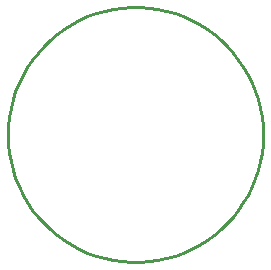
<source format=gko>
%FSTAX23Y23*%
%MOIN*%
%SFA1B1*%

%IPPOS*%
%ADD15C,0.010000*%
%LNactive_electrode-1*%
%LPD*%
G54D15*
X00873Y0043D02*
D01*
X00872Y00459*
X00869Y00489*
X00863Y00518*
X00856Y00547*
X00847Y00575*
X00836Y00602*
X00823Y00629*
X00808Y00655*
X00791Y00679*
X00773Y00703*
X00753Y00725*
X00732Y00745*
X00709Y00764*
X00685Y00782*
X0066Y00798*
X00634Y00811*
X00607Y00824*
X00579Y00834*
X0055Y00842*
X00521Y00848*
X00492Y00852*
X00462Y00854*
X00433*
X00403Y00852*
X00374Y00848*
X00345Y00842*
X00316Y00834*
X00288Y00824*
X00261Y00811*
X00235Y00798*
X0021Y00782*
X00186Y00764*
X00163Y00745*
X00142Y00725*
X00122Y00703*
X00104Y00679*
X00087Y00655*
X00072Y00629*
X00059Y00602*
X00048Y00575*
X00039Y00547*
X00032Y00518*
X00027Y00489*
X00024Y00459*
X00023Y0043*
X00024Y004*
X00027Y0037*
X00032Y00341*
X00039Y00312*
X00048Y00284*
X00059Y00257*
X00072Y0023*
X00087Y00204*
X00104Y0018*
X00122Y00156*
X00142Y00134*
X00163Y00114*
X00186Y00095*
X0021Y00077*
X00235Y00061*
X00261Y00048*
X00288Y00035*
X00316Y00025*
X00345Y00017*
X00374Y00011*
X00403Y00007*
X00433Y00005*
X00462*
X00492Y00007*
X00521Y00011*
X0055Y00017*
X00579Y00025*
X00607Y00035*
X00634Y00048*
X0066Y00061*
X00685Y00077*
X00709Y00095*
X00732Y00114*
X00753Y00134*
X00773Y00156*
X00791Y0018*
X00808Y00204*
X00823Y0023*
X00836Y00257*
X00847Y00284*
X00856Y00312*
X00863Y00341*
X00869Y0037*
X00872Y004*
X00873Y0043*
M02*
</source>
